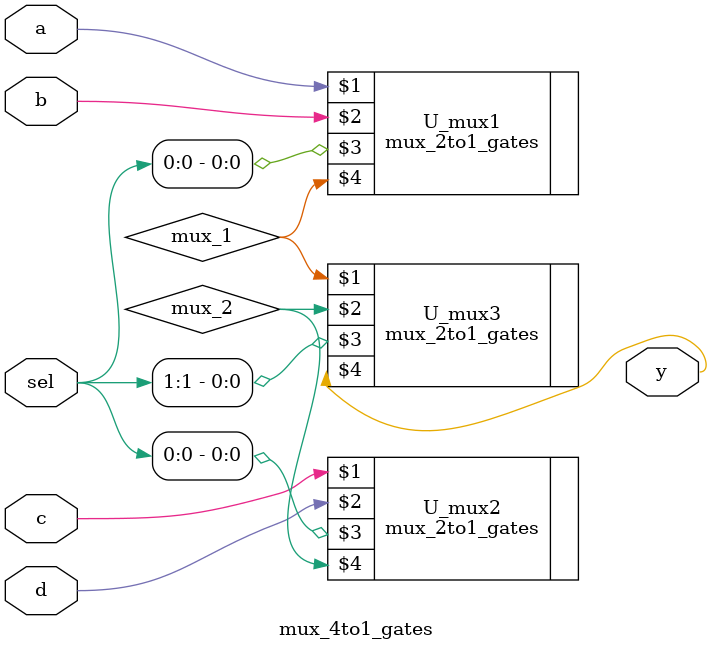
<source format=v>
module mux_4to1_gates(a,b,c,d,sel,y);
input a,b,c,d;
input [1:0] sel;
output y;

wire mux_1,mux_2;

mux_2to1_gates U_mux1 (a,b,sel[0],mux_1),
               U_mux2 (c,d,sel[0],mux_2),
               U_mux3 (mux_1,mux_2,sel[1],y);

endmodule

</source>
